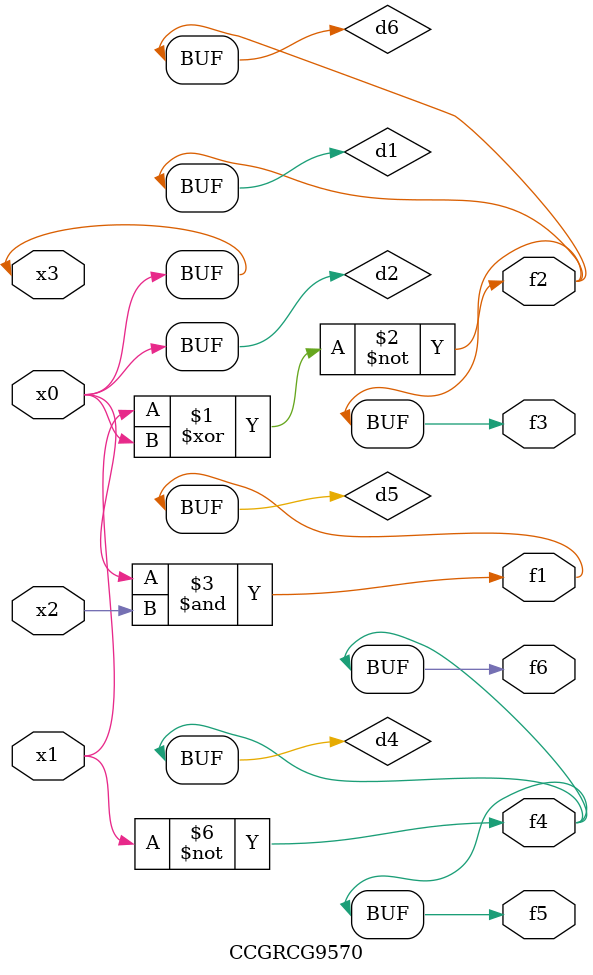
<source format=v>
module CCGRCG9570(
	input x0, x1, x2, x3,
	output f1, f2, f3, f4, f5, f6
);

	wire d1, d2, d3, d4, d5, d6;

	xnor (d1, x1, x3);
	buf (d2, x0, x3);
	nand (d3, x0, x2);
	not (d4, x1);
	nand (d5, d3);
	or (d6, d1);
	assign f1 = d5;
	assign f2 = d6;
	assign f3 = d6;
	assign f4 = d4;
	assign f5 = d4;
	assign f6 = d4;
endmodule

</source>
